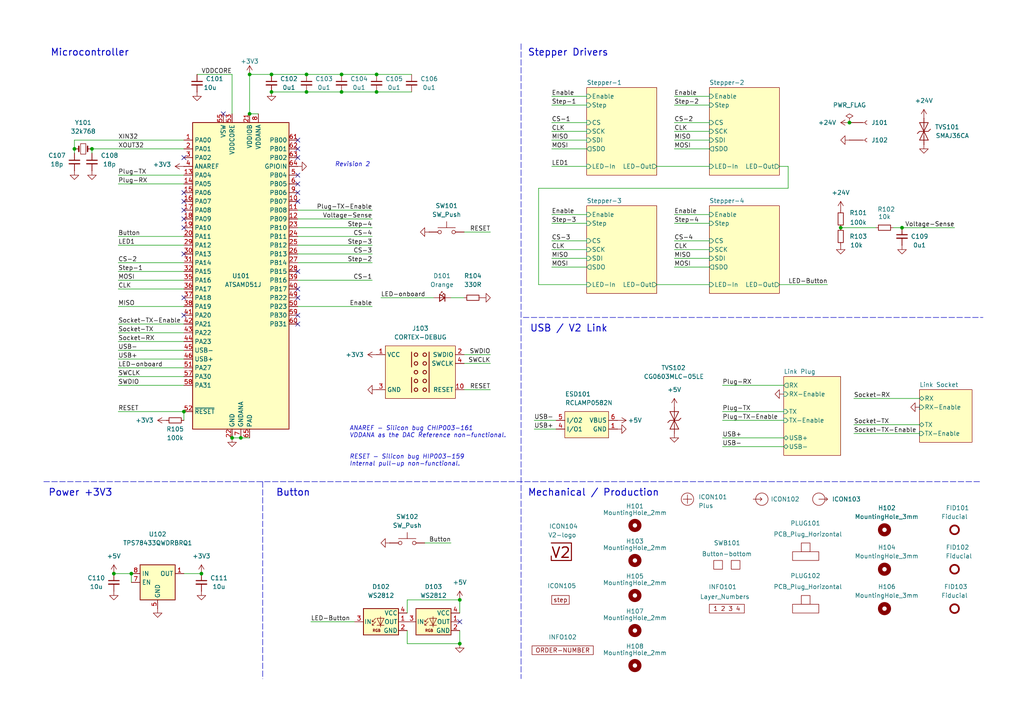
<source format=kicad_sch>
(kicad_sch (version 20250114) (generator "eeschema") (generator_version "9.0")
  (paper "A4")
  (title_block (title "V2 step") (date "2025-11-30") (rev "3") (company "Versio Duo") (comment 1 "Stepper Motor Controller"))
  (lib_symbols
    (symbol "Device:C_Small" (pin_numbers (hide yes)) (pin_names (offset 0.254) (hide yes))
      (property "Reference" "C" (at 0.254 1.778 0))
      (property "Value" "C_Small" (at 0.254 -2.032 0))
      (symbol "C_Small_1_1"
        (pin passive line (at 0 2.54 270) (length 2.032) (name "~") (number "1"))
        (pin passive line (at 0 -2.54 90) (length 2.032) (name "~") (number "2"))
      )
    )
    (symbol "Device:Crystal_Small" (pin_numbers (hide yes)) (pin_names (offset 1.016) (hide yes))
      (property "Reference" "Y" (at 0 2.54 0))
      (property "Value" "Crystal_Small" (at 0 -2.54 0))
      (symbol "Crystal_Small_1_1"
        (pin passive line (at -2.54 0 0) (length 1.27) (name "1") (number "1"))
        (pin passive line (at 2.54 0 180) (length 1.27) (name "2") (number "2"))
      )
    )
    (symbol "Device:LED_Small" (pin_numbers (hide yes)) (pin_names (offset 0.254) (hide yes))
      (property "Reference" "D" (at -1.27 3.175 0))
      (property "Value" "LED_Small" (at -4.445 -2.54 0))
      (symbol "LED_Small_1_1"
        (pin passive line (at -2.54 0 0) (length 1.778) (name "K") (number "1"))
        (pin passive line (at 2.54 0 180) (length 1.778) (name "A") (number "2"))
      )
    )
    (symbol "Device:R_Small" (pin_numbers (hide yes)) (pin_names (offset 0.254) (hide yes))
      (property "Reference" "R" (at 0 0 90))
      (property "Value" "R_Small" (at 1.778 0 90))
      (symbol "R_Small_1_1"
        (pin passive line (at 0 2.54 270) (length 0.762) (name "~") (number "1"))
        (pin passive line (at 0 -2.54 90) (length 0.762) (name "~") (number "2"))
      )
    )
    (symbol "Switch:SW_Push" (pin_numbers (hide yes)) (pin_names (offset 1.016) (hide yes))
      (property "Reference" "SW" (at 1.27 2.54 0))
      (property "Value" "SW_Push" (at 0 -1.524 0))
      (symbol "SW_Push_0_1"
        (pin passive line (at -5.08 0 0) (length 2.54) (name "1") (number "1"))
        (pin passive line (at 5.08 0 180) (length 2.54) (name "2") (number "2"))
      )
    )
    (symbol "V2_Artwork:Arrow_In" (in_bom no)
      (property "Reference" "ICON" (at -2.54 2.54 0))
    )
    (symbol "V2_Artwork:Arrow_Out" (in_bom no)
      (property "Reference" "ICON" (at -2.54 2.54 0))
    )
    (symbol "V2_Artwork:Board_step" (in_bom no)
      (property "Reference" "ICON" (at 0 2.54 0))
      (symbol "Board_step_1_0"
        (text "step" (at 0 0 0) (effects (font (size 1.27 1.27))))
      )
    )
    (symbol "V2_Artwork:Plus" (in_bom no)
      (property "Reference" "ICON" (at -2.54 2.54 0))
    )
    (symbol "V2_Artwork:V2-logo" (in_bom no)
      (property "Reference" "ICON" (at -3.302 3.81 0))
      (symbol "V2-logo_1_1"
        (text "V2" (at -0.508 -0.254 0) (effects (font (size 3 3) (thickness 0.375))))
      )
    )
    (symbol "V2_Connector_WAGO:2065" (pin_numbers (hide yes)) (pin_names (offset 1.016) (hide yes))
      (property "Reference" "J" (at -5.08 6.35 0))
      (symbol "2065_1_1"
        (pin passive line (at -5.08 0 0) (length 3.81) (name "") (number "1"))
      )
    )
    (symbol "V2_Cortex_Debug:Cortex_Debug" (in_bom no)
      (property "Reference" "J" (at -8.89 11.43 0))
      (property "Value" "Cortex_Debug" (at -8.89 8.89 0))
      (symbol "Cortex_Debug_1_0"
        (pin power_in line (at -11.43 5.08 0) (length 2.54) (name "VCC") (number "1"))
        (pin power_in line (at -11.43 -5.08 0) (length 2.54) (name "GND") (number "3"))
        (pin passive line (at -11.43 -5.08 0) (length 2.54) (hide yes) (name "GND") (number "5"))
        (pin bidirectional line (at 13.97 5.08 180) (length 2.54) (name "SWDIO") (number "2"))
        (pin input line (at 13.97 2.54 180) (length 2.54) (name "SWCLK") (number "4"))
        (pin input line (at 13.97 -5.08 180) (length 2.54) (name "RESET") (number "10"))
      )
    )
    (symbol "V2_Diode:CG0603MLC-05LE" (pin_numbers (hide yes)) (pin_names (hide yes))
      (property "Reference" "TVS" (at -1.27 3.81 0))
      (property "Value" "CG0603MLC-05LE" (at 0 -3.81 0))
      (symbol "CG0603MLC-05LE_1_1"
        (pin passive line (at -3.81 0 0) (length 2.54) (name "K") (number "1"))
        (pin passive line (at 3.81 0 180) (length 2.54) (name "A") (number "2"))
      )
    )
    (symbol "V2_Diode:SMAJ36CA" (pin_numbers (hide yes)) (pin_names (hide yes))
      (property "Reference" "TVS" (at -1.27 3.81 0))
      (property "Value" "SMAJ24CA" (at 0 -3.81 0))
      (symbol "SMAJ36CA_1_1"
        (pin passive line (at -3.81 0 0) (length 2.54) (name "K") (number "1"))
        (pin passive line (at 3.81 0 180) (length 2.54) (name "A") (number "2"))
      )
    )
    (symbol "V2_ESD_Suppressor:RCLAMP0582N"
      (property "Reference" "ESD" (at -6.35 6.35 0))
      (property "Value" "RCLAMP0582N" (at -6.35 3.81 0))
      (symbol "RCLAMP0582N_1_0"
        (pin bidirectional line (at -8.89 0 0) (length 2.54) (name "I/O2") (number "5"))
        (pin bidirectional line (at -8.89 -2.54 0) (length 2.54) (name "I/O1") (number "4"))
        (pin no_connect line (at 2.54 -10.16 0) (length 2.54) (hide yes) (name "") (number "3"))
        (pin power_in line (at 8.89 0 180) (length 2.54) (name "VBUS") (number "6"))
        (pin power_in line (at 8.89 -2.54 180) (length 2.54) (name "GND") (number "1"))
      )
      (symbol "RCLAMP0582N_1_1"
        (pin no_connect line (at 2.54 -7.62 0) (length 2.54) (hide yes) (name "") (number "2"))
      )
    )
    (symbol "V2_LED:WS2812" (pin_names (offset 0.254))
      (property "Reference" "D3" (at 0 11.43 0))
      (property "Value" "WS2812" (at 0 8.89 0))
      (symbol "WS2812_0_0"
        (text "RGB" (at -1.27 -1.27 0) (effects (font (size 0.762 0.762))))
      )
      (symbol "WS2812_1_1"
        (pin input line (at -7.62 1.27 0) (length 2.54) (name "IN") (number "3"))
        (pin power_in line (at 7.62 3.81 180) (length 2.54) (name "VCC") (number "4"))
        (pin output line (at 7.62 1.27 180) (length 2.54) (name "OUT") (number "1"))
        (pin power_in line (at 7.62 -1.27 180) (length 2.54) (name "GND") (number "2"))
      )
    )
    (symbol "V2_MCU_Microchip_SAMD:ATSAMD51J"
      (property "Reference" "U" (at 5.08 -44.45 0))
      (property "Value" "ATSAMD51J" (at 5.08 -46.99 0))
      (symbol "ATSAMD51J_1_0"
        (pin bidirectional line (at 16.51 31.75 180) (length 2.54) (name "PB03") (number "64") (alternate "GPIOIN" input line))
      )
      (symbol "ATSAMD51J_1_1"
        (pin bidirectional line (at -16.51 39.37 0) (length 2.54) (name "PA00") (number "1"))
        (pin bidirectional line (at -16.51 36.83 0) (length 2.54) (name "PA01") (number "2"))
        (pin bidirectional line (at -16.51 34.29 0) (length 2.54) (name "PA02") (number "3"))
        (pin bidirectional line (at -16.51 31.75 0) (length 2.54) (name "PA03") (number "4") (alternate "ANAREF" input line))
        (pin bidirectional line (at -16.51 29.21 0) (length 2.54) (name "PA04") (number "13"))
        (pin bidirectional line (at -16.51 26.67 0) (length 2.54) (name "PA05") (number "14"))
        (pin bidirectional line (at -16.51 24.13 0) (length 2.54) (name "PA06") (number "15"))
        (pin bidirectional line (at -16.51 21.59 0) (length 2.54) (name "PA07") (number "16"))
        (pin bidirectional line (at -16.51 19.05 0) (length 2.54) (name "PA08") (number "17"))
        (pin bidirectional line (at -16.51 16.51 0) (length 2.54) (name "PA09") (number "18"))
        (pin bidirectional line (at -16.51 13.97 0) (length 2.54) (name "PA10") (number "19"))
        (pin bidirectional line (at -16.51 11.43 0) (length 2.54) (name "PA11") (number "20"))
        (pin bidirectional line (at -16.51 8.89 0) (length 2.54) (name "PA12") (number "29"))
        (pin bidirectional line (at -16.51 6.35 0) (length 2.54) (name "PA13") (number "30"))
        (pin bidirectional line (at -16.51 3.81 0) (length 2.54) (name "PA14") (number "31"))
        (pin bidirectional line (at -16.51 1.27 0) (length 2.54) (name "PA15") (number "32"))
        (pin bidirectional line (at -16.51 -1.27 0) (length 2.54) (name "PA16") (number "35"))
        (pin bidirectional line (at -16.51 -3.81 0) (length 2.54) (name "PA17") (number "36"))
        (pin bidirectional line (at -16.51 -6.35 0) (length 2.54) (name "PA18") (number "37"))
        (pin bidirectional line (at -16.51 -8.89 0) (length 2.54) (name "PA19") (number "38"))
        (pin bidirectional line (at -16.51 -11.43 0) (length 2.54) (name "PA20") (number "41"))
        (pin bidirectional line (at -16.51 -13.97 0) (length 2.54) (name "PA21") (number "42"))
        (pin bidirectional line (at -16.51 -16.51 0) (length 2.54) (name "PA22") (number "43"))
        (pin bidirectional line (at -16.51 -19.05 0) (length 2.54) (name "PA23") (number "44"))
        (pin bidirectional line (at -16.51 -21.59 0) (length 2.54) (name "PA24") (number "45") (alternate "USB-" bidirectional line))
        (pin bidirectional line (at -16.51 -24.13 0) (length 2.54) (name "PA25") (number "46") (alternate "USB+" bidirectional line))
        (pin bidirectional line (at -16.51 -26.67 0) (length 2.54) (name "PA27") (number "51"))
        (pin bidirectional line (at -16.51 -29.21 0) (length 2.54) (name "PA30") (number "57"))
        (pin bidirectional line (at -16.51 -31.75 0) (length 2.54) (name "PA31") (number "58"))
        (pin input line (at -16.51 -39.37 0) (length 2.54) (name "~{RESET}") (number "52"))
        (pin power_in line (at -5.08 46.99 270) (length 2.54) (name "VSW") (number "55"))
        (pin power_out line (at -2.54 46.99 270) (length 2.54) (name "VDDCORE") (number "53"))
        (pin power_in line (at -2.54 -46.99 90) (length 2.54) (name "GND") (number "22"))
        (pin passive line (at -2.54 -46.99 90) (length 2.54) (hide yes) (name "GND") (number "33"))
        (pin passive line (at -2.54 -46.99 90) (length 2.54) (hide yes) (name "GND") (number "47"))
        (pin passive line (at -2.54 -46.99 90) (length 2.54) (hide yes) (name "GND") (number "54"))
        (pin power_in line (at 0 -46.99 90) (length 2.54) (name "GNDANA") (number "7"))
        (pin power_in line (at 2.54 46.99 270) (length 2.54) (name "VDDIOB") (number "21"))
        (pin passive line (at 2.54 46.99 270) (length 2.54) (hide yes) (name "VDDIO") (number "34"))
        (pin passive line (at 2.54 46.99 270) (length 2.54) (hide yes) (name "VDDIO") (number "48"))
        (pin passive line (at 2.54 46.99 270) (length 2.54) (hide yes) (name "VDDIO") (number "56"))
        (pin power_in line (at 2.54 -46.99 90) (length 2.54) (name "PAD") (number "65"))
        (pin power_in line (at 5.08 46.99 270) (length 2.54) (name "VDDANA") (number "8"))
        (pin bidirectional line (at 16.51 39.37 180) (length 2.54) (name "PB00") (number "61"))
        (pin bidirectional line (at 16.51 36.83 180) (length 2.54) (name "PB01") (number "62"))
        (pin bidirectional line (at 16.51 34.29 180) (length 2.54) (name "PB02") (number "63"))
        (pin bidirectional line (at 16.51 29.21 180) (length 2.54) (name "PB04") (number "5"))
        (pin bidirectional line (at 16.51 26.67 180) (length 2.54) (name "PB05") (number "6"))
        (pin bidirectional line (at 16.51 24.13 180) (length 2.54) (name "PB06") (number "9"))
        (pin bidirectional line (at 16.51 21.59 180) (length 2.54) (name "PB07") (number "10"))
        (pin bidirectional line (at 16.51 19.05 180) (length 2.54) (name "PB08") (number "11"))
        (pin bidirectional line (at 16.51 16.51 180) (length 2.54) (name "PB09") (number "12"))
        (pin bidirectional line (at 16.51 13.97 180) (length 2.54) (name "PB10") (number "23"))
        (pin bidirectional line (at 16.51 11.43 180) (length 2.54) (name "PB11") (number "24"))
        (pin bidirectional line (at 16.51 8.89 180) (length 2.54) (name "PB12") (number "25"))
        (pin bidirectional line (at 16.51 6.35 180) (length 2.54) (name "PB13") (number "26"))
        (pin bidirectional line (at 16.51 3.81 180) (length 2.54) (name "PB14") (number "27"))
        (pin bidirectional line (at 16.51 1.27 180) (length 2.54) (name "PB15") (number "28"))
        (pin bidirectional line (at 16.51 -1.27 180) (length 2.54) (name "PB16") (number "39"))
        (pin bidirectional line (at 16.51 -3.81 180) (length 2.54) (name "PB17") (number "40"))
        (pin bidirectional line (at 16.51 -6.35 180) (length 2.54) (name "PB22") (number "49"))
        (pin bidirectional line (at 16.51 -8.89 180) (length 2.54) (name "PB23") (number "50"))
        (pin bidirectional line (at 16.51 -11.43 180) (length 2.54) (name "PB30") (number "59"))
        (pin bidirectional line (at 16.51 -13.97 180) (length 2.54) (name "PB31") (number "60"))
      )
    )
    (symbol "V2_Mechanical:Fiducial_Paste" (in_bom no)
      (property "Reference" "FID" (at 0 5.08 0))
      (property "Value" "Fiducial_Paste" (at 0 3.175 0))
    )
    (symbol "V2_Mechanical:MountingHole_2mm" (pin_names (offset 1.016)) (in_bom no)
      (property "Reference" "H" (at 0 5.08 0))
      (property "Value" "MountingHole_2mm" (at 0 3.175 0))
    )
    (symbol "V2_Mechanical:MountingHole_3mm" (pin_names (offset 1.016)) (in_bom no)
      (property "Reference" "H" (at 0 5.08 0))
      (property "Value" "MountingHole_3mm" (at 0 3.175 0))
    )
    (symbol "V2_PCB_Devices:Button-bottom" (in_bom no)
      (property "Reference" "SWB1" (at -2.54 3.81 0))
      (property "Value" "Button-bottom" (at -6.35 -3.81 0))
    )
    (symbol "V2_PCB_Devices:PCB_Plug_Horizontal" (in_bom no)
      (property "Reference" "PLUG" (at 0 -5.08 0))
      (property "Value" "PCB_Plug_Horizontal" (at 1.27 -8.89 0))
    )
    (symbol "V2_Production:Layer_Numbers" (in_bom no)
      (property "Reference" "INFO" (at 0 3.81 0))
      (property "Value" "Layer_Numbers" (at 0 -3.81 0))
      (symbol "Layer_Numbers_0_0"
        (text "1 2 3 4" (at 0 0 0) (effects (font (size 1.27 1.27))))
      )
    )
    (symbol "V2_Production:Order_Number" (in_bom no)
      (property "Reference" "INFO" (at 0 2.54 0))
      (symbol "Order_Number_0_0"
        (text "ORDER-NUMBER" (at 0 0 0) (effects (font (size 1.27 1.27))))
      )
    )
    (symbol "V2_Regulator_Linear:TPS78433QWDRBRQ1"
      (property "Reference" "U" (at -5.08 10.16 0))
      (property "Value" "TPS78433QWDRBRQ1" (at -5.08 7.62 0))
      (symbol "TPS78433QWDRBRQ1_0_1"
        (pin power_in line (at -7.62 2.54 0) (length 2.54) (name "IN") (number "8"))
        (pin input line (at -7.62 0 0) (length 2.54) (name "EN") (number "7"))
        (pin power_in line (at 0 -7.62 90) (length 2.54) (name "GND") (number "5"))
        (pin no_connect line (at 0 -19.05 180) (length 2.54) (hide yes) (name "") (number "2"))
        (pin no_connect line (at 0 -21.59 180) (length 2.54) (hide yes) (name "") (number "3"))
        (pin no_connect line (at 0 -24.13 180) (length 2.54) (hide yes) (name "") (number "4"))
        (pin no_connect line (at 0 -26.67 180) (length 2.54) (hide yes) (name "") (number "6"))
        (pin power_out line (at 7.62 2.54 180) (length 2.54) (name "OUT") (number "1"))
      )
      (symbol "TPS78433QWDRBRQ1_1_1"
        (pin passive line (at 0 -7.62 90) (length 2.54) (hide yes) (name "GND") (number "9"))
      )
    )
    (symbol "power:+24V" (power) (pin_numbers (hide yes)) (pin_names (offset 0) (hide yes))
      (property "Value" "+24V" (at 0 3.556 0))
      (symbol "+24V_1_1"
        (pin power_in line (at 0 0 90) (length 0) (name "~") (number "1"))
      )
    )
    (symbol "power:+3V3" (power) (pin_numbers (hide yes)) (pin_names (offset 0) (hide yes))
      (property "Value" "+3V3" (at 0 3.556 0))
      (symbol "+3V3_1_1"
        (pin power_in line (at 0 0 90) (length 0) (name "~") (number "1"))
      )
    )
    (symbol "power:+5V" (power) (pin_numbers (hide yes)) (pin_names (offset 0) (hide yes))
      (property "Value" "+5V" (at 0 3.556 0))
      (symbol "+5V_1_1"
        (pin power_in line (at 0 0 90) (length 0) (name "~") (number "1"))
      )
    )
    (symbol "power:GND" (power) (pin_numbers (hide yes)) (pin_names (offset 0) (hide yes))
      (property "Value" "GND" (at 0 -3.81 0))
      (symbol "GND_1_1"
        (pin power_in line (at 0 0 270) (length 0) (name "~") (number "1"))
      )
    )
    (symbol "power:PWR_FLAG" (power) (pin_numbers (hide yes)) (pin_names (offset 0) (hide yes))
      (property "Value" "PWR_FLAG" (at 0 3.81 0))
      (symbol "PWR_FLAG_0_0"
        (pin power_out line (at 0 0 90) (length 0) (name "~") (number "1"))
      )
    )
  )
  (text "﻿ANAREF - Silicon bug CHIP003-161\nVDDANA as the DAC Reference non-functional." (at 101.346 127.127 0) (effects (font (size 1.27 1.27) (italic yes)) (justify left bottom)))
  (text "Stepper Drivers" (at 153.035 16.51 0) (effects (font (size 2 2) (thickness 0.254) (bold yes)) (justify left bottom)))
  (text "RESET - ﻿Silicon bug HIP003-159\nInternal pull-up non-functional." (at 101.346 135.382 0) (effects (font (size 1.27 1.27) (italic yes)) (justify left bottom)))
  (text "Button" (at 80.01 144.145 0) (effects (font (size 2 2) (thickness 0.254) (bold yes)) (justify left bottom)))
  (text "Revision 2" (at 97.0924 48.531 0) (effects (font (size 1.27 1.27) (italic yes)) (justify left bottom)))
  (text "USB / V2 Link" (at 153.67 96.52 0) (effects (font (size 2 2) (thickness 0.254) (bold yes)) (justify left bottom)))
  (text "Mechanical / Production" (at 153.035 144.145 0) (effects (font (size 2 2) (thickness 0.254) (bold yes)) (justify left bottom)))
  (text "Power +3V3" (at 13.97 144.145 0) (effects (font (size 2 2) (thickness 0.254) (bold yes)) (justify left bottom)))
  (text "Microcontroller" (at 14.605 16.51 0) (effects (font (size 2 2) (thickness 0.254) (bold yes)) (justify left bottom)))
  (junction (at 88.9 21.59))
  (junction (at 72.39 33.02))
  (junction (at 261.62 66.04))
  (junction (at 78.74 26.67))
  (junction (at 99.06 26.67))
  (junction (at 33.02 166.37))
  (junction (at 99.06 21.59))
  (junction (at 78.74 21.59))
  (junction (at 88.9 26.67))
  (junction (at 67.31 127))
  (junction (at 109.22 21.59))
  (junction (at 21.59 43.18))
  (junction (at 69.85 127))
  (junction (at 72.39 21.59))
  (junction (at 133.35 186.69))
  (junction (at 243.84 66.04))
  (junction (at 38.1 166.37))
  (junction (at 26.67 43.18))
  (junction (at 58.42 166.37))
  (junction (at 246.38 35.56))
  (junction (at 109.22 26.67))
  (junction (at 133.35 173.99))
  (junction (at 53.34 119.38))
  (no_connect (at 86.36 91.44))
  (no_connect (at 86.36 45.72))
  (no_connect (at 53.34 58.42))
  (no_connect (at 53.34 45.72))
  (no_connect (at 53.34 73.66))
  (no_connect (at 86.36 53.34))
  (no_connect (at 86.36 55.88))
  (no_connect (at 86.36 40.64))
  (no_connect (at 86.36 58.42))
  (no_connect (at 86.36 83.82))
  (no_connect (at 86.36 43.18))
  (no_connect (at 53.34 86.36))
  (no_connect (at 64.77 33.02))
  (no_connect (at 86.36 50.8))
  (no_connect (at 53.34 91.44))
  (no_connect (at 53.34 66.04))
  (no_connect (at 133.35 180.34))
  (no_connect (at 53.34 55.88))
  (no_connect (at 86.36 93.98))
  (no_connect (at 86.36 78.74))
  (no_connect (at 53.34 60.96))
  (no_connect (at 53.34 63.5))
  (no_connect (at 86.36 86.36))
  (wire (pts (xy 130.81 86.36) (xy 134.62 86.36)))
  (wire (pts (xy 195.58 74.93) (xy 205.74 74.93)))
  (wire (pts (xy 86.36 60.96) (xy 107.95 60.96)))
  (wire (pts (xy 33.02 166.37) (xy 38.1 166.37)))
  (wire (pts (xy 72.39 21.59) (xy 72.39 33.02)))
  (wire (pts (xy 227.33 127) (xy 209.55 127)))
  (wire (pts (xy 118.11 177.8) (xy 118.11 173.99)))
  (wire (pts (xy 266.7 125.73) (xy 247.65 125.73)))
  (wire (pts (xy 86.36 88.9) (xy 107.95 88.9)))
  (wire (pts (xy 86.36 66.04) (xy 107.95 66.04)))
  (wire (pts (xy 53.34 53.34) (xy 34.29 53.34)))
  (wire (pts (xy 156.21 82.55) (xy 170.18 82.55)))
  (wire (pts (xy 21.59 40.64) (xy 53.34 40.64)))
  (polyline (pts (xy 12.7 139.7) (xy 284.48 139.7)) (stroke (width 0) (type dash)))
  (wire (pts (xy 227.33 119.38) (xy 209.55 119.38)))
  (wire (pts (xy 160.02 27.94) (xy 170.18 27.94)))
  (wire (pts (xy 86.36 73.66) (xy 107.95 73.66)))
  (wire (pts (xy 195.58 64.77) (xy 205.74 64.77)))
  (wire (pts (xy 134.62 102.87) (xy 142.24 102.87)))
  (wire (pts (xy 69.85 127) (xy 72.39 127)))
  (wire (pts (xy 34.29 111.76) (xy 53.34 111.76)))
  (wire (pts (xy 160.02 69.85) (xy 170.18 69.85)))
  (wire (pts (xy 21.59 40.64) (xy 21.59 43.18)))
  (wire (pts (xy 34.29 76.2) (xy 53.34 76.2)))
  (wire (pts (xy 247.65 123.19) (xy 266.7 123.19)))
  (wire (pts (xy 34.29 83.82) (xy 53.34 83.82)))
  (wire (pts (xy 118.11 186.69) (xy 133.35 186.69)))
  (wire (pts (xy 160.02 43.18) (xy 170.18 43.18)))
  (wire (pts (xy 53.34 68.58) (xy 34.29 68.58)))
  (wire (pts (xy 154.94 124.46) (xy 161.29 124.46)))
  (wire (pts (xy 118.11 173.99) (xy 133.35 173.99)))
  (wire (pts (xy 156.21 54.61) (xy 156.21 82.55)))
  (wire (pts (xy 88.9 26.67) (xy 99.06 26.67)))
  (wire (pts (xy 86.36 76.2) (xy 107.95 76.2)))
  (wire (pts (xy 57.15 21.59) (xy 67.31 21.59)))
  (wire (pts (xy 34.29 119.38) (xy 53.34 119.38)))
  (wire (pts (xy 34.29 78.74) (xy 53.34 78.74)))
  (wire (pts (xy 195.58 77.47) (xy 205.74 77.47)))
  (wire (pts (xy 67.31 127) (xy 69.85 127)))
  (wire (pts (xy 109.22 21.59) (xy 119.38 21.59)))
  (wire (pts (xy 195.58 40.64) (xy 205.74 40.64)))
  (wire (pts (xy 53.34 93.98) (xy 34.29 93.98)))
  (polyline (pts (xy 151.765 92.075) (xy 285.115 92.075)) (stroke (width 0) (type dash)))
  (wire (pts (xy 160.02 35.56) (xy 170.18 35.56)))
  (wire (pts (xy 160.02 48.26) (xy 170.18 48.26)))
  (wire (pts (xy 34.29 88.9) (xy 53.34 88.9)))
  (wire (pts (xy 72.39 33.02) (xy 74.93 33.02)))
  (wire (pts (xy 53.34 119.38) (xy 53.34 121.92)))
  (wire (pts (xy 90.17 180.34) (xy 102.87 180.34)))
  (wire (pts (xy 154.94 121.92) (xy 161.29 121.92)))
  (wire (pts (xy 134.62 67.31) (xy 142.24 67.31)))
  (wire (pts (xy 195.58 30.48) (xy 205.74 30.48)))
  (wire (pts (xy 67.31 33.02) (xy 67.31 21.59)))
  (wire (pts (xy 133.35 182.88) (xy 133.35 186.69)))
  (wire (pts (xy 261.62 66.04) (xy 276.86 66.04)))
  (wire (pts (xy 195.58 69.85) (xy 205.74 69.85)))
  (wire (pts (xy 227.33 111.76) (xy 209.55 111.76)))
  (wire (pts (xy 160.02 72.39) (xy 170.18 72.39)))
  (wire (pts (xy 109.22 26.67) (xy 119.38 26.67)))
  (wire (pts (xy 72.39 21.59) (xy 78.74 21.59)))
  (wire (pts (xy 34.29 71.12) (xy 53.34 71.12)))
  (wire (pts (xy 259.08 66.04) (xy 261.62 66.04)))
  (wire (pts (xy 134.62 105.41) (xy 142.24 105.41)))
  (wire (pts (xy 26.67 43.18) (xy 53.34 43.18)))
  (wire (pts (xy 190.5 82.55) (xy 205.74 82.55)))
  (wire (pts (xy 160.02 77.47) (xy 170.18 77.47)))
  (wire (pts (xy 53.34 96.52) (xy 34.29 96.52)))
  (wire (pts (xy 78.74 21.59) (xy 88.9 21.59)))
  (wire (pts (xy 34.29 104.14) (xy 53.34 104.14)))
  (wire (pts (xy 160.02 40.64) (xy 170.18 40.64)))
  (wire (pts (xy 195.58 43.18) (xy 205.74 43.18)))
  (wire (pts (xy 195.58 62.23) (xy 205.74 62.23)))
  (wire (pts (xy 78.74 26.67) (xy 88.9 26.67)))
  (wire (pts (xy 38.1 166.37) (xy 38.1 168.91)))
  (wire (pts (xy 190.5 48.26) (xy 205.74 48.26)))
  (wire (pts (xy 195.58 35.56) (xy 205.74 35.56)))
  (polyline (pts (xy 76.2 139.7) (xy 76.2 196.85)) (stroke (width 0) (type dash)))
  (wire (pts (xy 53.34 166.37) (xy 58.42 166.37)))
  (wire (pts (xy 86.36 71.12) (xy 107.95 71.12)))
  (wire (pts (xy 160.02 38.1) (xy 170.18 38.1)))
  (wire (pts (xy 247.65 115.57) (xy 266.7 115.57)))
  (wire (pts (xy 34.29 81.28) (xy 53.34 81.28)))
  (wire (pts (xy 133.35 173.99) (xy 133.35 177.8)))
  (wire (pts (xy 160.02 30.48) (xy 170.18 30.48)))
  (wire (pts (xy 118.11 182.88) (xy 118.11 186.69)))
  (wire (pts (xy 99.06 21.59) (xy 109.22 21.59)))
  (wire (pts (xy 123.19 157.48) (xy 130.81 157.48)))
  (wire (pts (xy 134.62 113.03) (xy 142.24 113.03)))
  (wire (pts (xy 21.59 43.18) (xy 21.59 44.45)))
  (wire (pts (xy 228.6 54.61) (xy 156.21 54.61)))
  (wire (pts (xy 88.9 21.59) (xy 99.06 21.59)))
  (wire (pts (xy 195.58 27.94) (xy 205.74 27.94)))
  (wire (pts (xy 243.84 66.04) (xy 254 66.04)))
  (wire (pts (xy 86.36 68.58) (xy 107.95 68.58)))
  (wire (pts (xy 53.34 99.06) (xy 34.29 99.06)))
  (wire (pts (xy 195.58 38.1) (xy 205.74 38.1)))
  (wire (pts (xy 226.06 82.55) (xy 240.03 82.55)))
  (wire (pts (xy 227.33 121.92) (xy 209.55 121.92)))
  (wire (pts (xy 86.36 63.5) (xy 107.95 63.5)))
  (wire (pts (xy 160.02 62.23) (xy 170.18 62.23)))
  (wire (pts (xy 226.06 48.26) (xy 228.6 48.26)))
  (wire (pts (xy 227.33 129.54) (xy 209.55 129.54)))
  (wire (pts (xy 26.67 43.18) (xy 26.67 44.45)))
  (polyline (pts (xy 151.13 12.7) (xy 151.13 196.85)) (stroke (width 0) (type dash)))
  (wire (pts (xy 34.29 106.68) (xy 53.34 106.68)))
  (wire (pts (xy 34.29 109.22) (xy 53.34 109.22)))
  (wire (pts (xy 86.36 81.28) (xy 107.95 81.28)))
  (wire (pts (xy 195.58 72.39) (xy 205.74 72.39)))
  (wire (pts (xy 160.02 74.93) (xy 170.18 74.93)))
  (wire (pts (xy 160.02 64.77) (xy 170.18 64.77)))
  (wire (pts (xy 34.29 101.6) (xy 53.34 101.6)))
  (wire (pts (xy 228.6 48.26) (xy 228.6 54.61)))
  (wire (pts (xy 99.06 26.67) (xy 109.22 26.67)))
  (wire (pts (xy 110.49 86.36) (xy 125.73 86.36)))
  (wire (pts (xy 53.34 50.8) (xy 34.29 50.8)))
  (label "USB-" (at 209.55 129.54 0))
  (label "Voltage-Sense" (at 276.86 66.04 180))
  (label "RESET" (at 34.29 119.38 0))
  (label "Step-2" (at 195.58 30.48 0))
  (label "LED1" (at 34.29 71.12 0))
  (label "XIN32" (at 34.29 40.64 0))
  (label "SWDIO" (at 142.24 102.87 180))
  (label "Socket-TX-Enable" (at 34.29 93.98 0))
  (label "SWCLK" (at 34.29 109.22 0))
  (label "Voltage-Sense" (at 107.95 63.5 180))
  (label "Step-4" (at 107.95 66.04 180))
  (label "CLK" (at 160.02 72.39 0))
  (label "CS-2" (at 195.58 35.56 0))
  (label "CLK" (at 195.58 72.39 0))
  (label "CLK" (at 195.58 38.1 0))
  (label "MOSI" (at 160.02 43.18 0))
  (label "CS-1" (at 160.02 35.56 0))
  (label "RESET" (at 142.24 113.03 180))
  (label "MOSI" (at 34.29 81.28 0))
  (label "CS-1" (at 107.95 81.28 180))
  (label "MISO" (at 160.02 40.64 0))
  (label "MISO" (at 195.58 74.93 0))
  (label "Step-3" (at 160.02 64.77 0))
  (label "XOUT32" (at 34.29 43.18 0))
  (label "Plug-RX" (at 209.55 111.76 0))
  (label "SWCLK" (at 142.24 105.41 180))
  (label "LED1" (at 160.02 48.26 0))
  (label "Enable" (at 195.58 27.94 0))
  (label "LED-Button" (at 90.17 180.34 0))
  (label "CLK" (at 160.02 38.1 0))
  (label "Socket-TX" (at 34.29 96.52 0))
  (label "Socket-TX-Enable" (at 247.65 125.73 0))
  (label "VDDCORE" (at 58.42 21.59 0))
  (label "Plug-TX" (at 34.29 50.8 0))
  (label "Enable" (at 160.02 27.94 0))
  (label "Socket-RX" (at 34.29 99.06 0))
  (label "CLK" (at 34.29 83.82 0))
  (label "CS-3" (at 160.02 69.85 0))
  (label "LED-onboard" (at 34.29 106.68 0))
  (label "CS-2" (at 34.29 76.2 0))
  (label "MISO" (at 34.29 88.9 0))
  (label "Step-2" (at 107.95 76.2 180))
  (label "LED-onboard" (at 110.49 86.36 0))
  (label "MISO" (at 195.58 40.64 0))
  (label "USB-" (at 154.94 121.92 0))
  (label "Plug-RX" (at 34.29 53.34 0))
  (label "Plug-TX" (at 209.55 119.38 0))
  (label "Enable" (at 195.58 62.23 0))
  (label "MOSI" (at 195.58 43.18 0))
  (label "Button" (at 34.29 68.58 0))
  (label "Step-3" (at 107.95 71.12 180))
  (label "Plug-TX-Enable" (at 107.95 60.96 180))
  (label "Plug-TX-Enable" (at 209.55 121.92 0))
  (label "Step-1" (at 34.29 78.74 0))
  (label "Socket-RX" (at 247.65 115.57 0))
  (label "CS-4" (at 195.58 69.85 0))
  (label "RESET" (at 142.24 67.31 180))
  (label "Enable" (at 160.02 62.23 0))
  (label "CS-3" (at 107.95 73.66 180))
  (label "Step-4" (at 195.58 64.77 0))
  (label "Step-1" (at 160.02 30.48 0))
  (label "MOSI" (at 195.58 77.47 0))
  (label "LED-Button" (at 240.03 82.55 180))
  (label "Button" (at 130.81 157.48 180))
  (label "USB+" (at 34.29 104.14 0))
  (label "USB-" (at 34.29 101.6 0))
  (label "SWDIO" (at 34.29 111.76 0))
  (label "MOSI" (at 160.02 77.47 0))
  (label "MISO" (at 160.02 74.93 0))
  (label "CS-4" (at 107.95 68.58 180))
  (label "Enable" (at 107.95 88.9 180))
  (label "USB+" (at 154.94 124.46 0))
  (label "Socket-TX" (at 247.65 123.19 0))
  (label "USB+" (at 209.55 127 0))
  (symbol (lib_id "power:+5V") (at 179.07 121.92 270) (unit 1)
    (property "Reference" "#PWR0123" (effects (hide yes)))
    (property "Value" "+5V" (at 184.15 121.92 90))
    (property "Description" "Power symbol creates a global label with name \"+5V\"" (effects (hide yes)))
  )
  (symbol (lib_id "power:+5V") (at 195.58 118.11 0) (unit 1)
    (property "Reference" "#PWR0121" (effects (hide yes)))
    (property "Value" "+5V" (at 195.58 113.03 0))
    (property "Description" "Power symbol creates a global label with name \"+5V\"" (effects (hide yes)))
  )
  (symbol (lib_id "Device:C_Small") (at 109.22 24.13 0) (unit 1)
    (property "Reference" "C105" (at 111.76 22.8662 0) (effects (justify left)))
    (property "Value" "0u1" (at 114.3 25.4062 0))
    (property "Footprint" "Capacitor_SMD:C_0603_1608Metric" (effects (hide yes)))
    (property "Description" "Unpolarized capacitor, small symbol" (effects (hide yes)))
  )
  (symbol (lib_id "power:GND") (at 133.35 186.69 0) (unit 1)
    (property "Reference" "#PWR0134" (effects (hide yes)))
    (property "Value" "GND" (effects (hide yes)))
    (property "Description" "Power symbol creates a global label with name \"GND\" , ground" (effects (hide yes)))
  )
  (symbol (lib_id "V2_Artwork:Arrow_Out") (at 237.49 144.78 0) (unit 1) (in_bom no)
    (property "Reference" "ICON103" (at 241.3 144.7799 0) (effects (justify left)))
    (property "Value" "Arrow_Out" (effects (hide yes)))
    (property "Footprint" "V2_Artwork:Arrow_Out" (effects (hide yes)))
    (property "Sim.Enable" "0" (effects (hide yes)))
  )
  (symbol (lib_id "power:+3V3") (at 58.42 166.37 0) (unit 1)
    (property "Reference" "#PWR0129" (effects (hide yes)))
    (property "Value" "+3V3" (at 58.42 161.29 0))
    (property "Description" "Power symbol creates a global label with name \"+3V3\"" (effects (hide yes)))
  )
  (symbol (lib_id "Switch:SW_Push") (at 118.11 157.48 0) (unit 1)
    (property "Reference" "SW102" (at 118.11 149.86 0))
    (property "Value" "SW_Push" (at 118.11 152.4 0))
    (property "Footprint" "V2_Button_Switch_SMD:SKSG" (effects (hide yes)))
    (property "Description" "Push button switch, generic, two pins" (effects (hide yes)))
  )
  (symbol (lib_id "power:GND") (at 58.42 171.45 0) (unit 1)
    (property "Reference" "#PWR0131" (effects (hide yes)))
    (property "Value" "GND" (effects (hide yes)))
    (property "Description" "Power symbol creates a global label with name \"GND\" , ground" (effects (hide yes)))
  )
  (symbol (lib_id "power:GND") (at 67.31 127 0) (unit 1)
    (property "Reference" "#PWR0124" (effects (hide yes)))
    (property "Value" "GND" (effects (hide yes)))
    (property "Description" "Power symbol creates a global label with name \"GND\" , ground" (effects (hide yes)))
  )
  (symbol (lib_id "V2_Mechanical:MountingHole_2mm") (at 184.15 193.04 0) (unit 1) (in_bom no)
    (property "Reference" "H108" (at 184.15 187.452 0))
    (property "Value" "MountingHole_2mm" (at 184.15 189.357 0))
    (property "Footprint" "V2_Mechanical:MountingHole_2mm" (effects (hide yes)))
    (property "Description" "Mounting Hole without connection" (effects (hide yes)))
    (property "Sim.Enable" "0" (effects (hide yes)))
  )
  (symbol (lib_id "V2_Regulator_Linear:TPS78433QWDRBRQ1") (at 45.72 168.91 0) (unit 1)
    (property "Reference" "U102" (at 45.72 154.94 0))
    (property "Value" "TPS78433QWDRBRQ1" (at 45.72 157.48 0))
    (property "Footprint" "V2_Package_SON:VSON-8-1_3x3mm_P0.65_EP1.65x2.4mm" (effects (hide yes)))
    (property "Datasheet" "https://www.ti.com/product/TPS784-Q1" (effects (hide yes)))
  )
  (symbol (lib_id "power:+24V") (at 246.38 35.56 90) (unit 1)
    (property "Reference" "#PWR0105" (effects (hide yes)))
    (property "Value" "+24V" (at 242.57 35.5599 90) (effects (justify left)))
    (property "Description" "Power symbol creates a global label with name \"+24V\"" (effects (hide yes)))
  )
  (symbol (lib_id "power:GND") (at 26.67 49.53 0) (unit 1)
    (property "Reference" "#PWR0111" (effects (hide yes)))
    (property "Value" "GND" (effects (hide yes)))
    (property "Description" "Power symbol creates a global label with name \"GND\" , ground" (effects (hide yes)))
  )
  (symbol (lib_id "V2_Mechanical:MountingHole_2mm") (at 184.15 172.72 0) (unit 1) (in_bom no)
    (property "Reference" "H105" (at 184.15 167.132 0))
    (property "Value" "MountingHole_2mm" (at 184.15 169.037 0))
    (property "Footprint" "V2_Mechanical:MountingHole_2mm" (effects (hide yes)))
    (property "Description" "Mounting Hole without connection" (effects (hide yes)))
    (property "Sim.Enable" "0" (effects (hide yes)))
  )
  (symbol (lib_id "Device:LED_Small") (at 128.27 86.36 0) (mirror y) (unit 1)
    (property "Reference" "D101" (at 128.2065 80.01 0))
    (property "Value" "Orange" (at 128.2065 82.55 0))
    (property "Footprint" "LED_SMD:LED_0603_1608Metric" (effects (hide yes)))
    (property "Description" "Light emitting diode, small symbol" (effects (hide yes)))
    (property "Sim.Pin" "1=K 2=A" (effects (hide yes)))
    (property "Sim.Pins" "1=K 2=A" (effects (hide yes)))
  )
  (symbol (lib_id "power:GND") (at 57.15 26.67 0) (unit 1)
    (property "Reference" "#PWR0102" (effects (hide yes)))
    (property "Value" "GND" (effects (hide yes)))
    (property "Description" "Power symbol creates a global label with name \"GND\" , ground" (effects (hide yes)))
  )
  (symbol (lib_id "V2_LED:WS2812") (at 110.49 181.61 0) (unit 1)
    (property "Reference" "D102" (at 110.49 170.18 0))
    (property "Value" "WS2812" (at 110.49 172.72 0))
    (property "Footprint" "V2_LED:WS2812-2020" (effects (hide yes)))
    (property "Description" "RGB LED with integrated controller" (effects (hide yes)))
  )
  (symbol (lib_id "Device:R_Small") (at 243.84 68.58 0) (unit 1)
    (property "Reference" "R103" (at 246.38 68.58 0) (effects (justify left)))
    (property "Value" "10k" (at 248.412 71.12 0))
    (property "Footprint" "Resistor_SMD:R_0603_1608Metric" (effects (hide yes)))
    (property "Description" "Resistor, small symbol" (effects (hide yes)))
  )
  (symbol (lib_id "power:+24V") (at 243.84 60.96 0) (unit 1)
    (property "Reference" "#PWR0112" (effects (hide yes)))
    (property "Value" "+24V" (at 243.84 55.88 0))
    (property "Description" "Power symbol creates a global label with name \"+24V\"" (effects (hide yes)))
  )
  (symbol (lib_id "V2_Diode:CG0603MLC-05LE") (at 195.58 121.92 90) (unit 1)
    (property "Reference" "TVS102" (at 191.77 106.68 90) (effects (justify right)))
    (property "Value" "CG0603MLC-05LE" (at 186.69 109.22 90) (effects (justify right)))
    (property "Footprint" "Diode_SMD:D_0603_1608Metric" (effects (hide yes)))
  )
  (symbol (lib_id "V2_PCB_Devices:Button-bottom") (at 210.82 163.83 0) (unit 1) (in_bom no)
    (property "Reference" "SWB101" (at 207.01 157.48 0) (effects (justify left)))
    (property "Value" "Button-bottom" (at 210.82 160.655 0))
    (property "Footprint" "V2_PCB_Devices:PCB_Button-bottom" (effects (hide yes)))
    (property "Sim.Enable" "0" (effects (hide yes)))
  )
  (symbol (lib_id "Device:C_Small") (at 58.42 168.91 0) (unit 1)
    (property "Reference" "C111" (at 60.96 167.64 0) (effects (justify left)))
    (property "Value" "10u" (at 63.5 170.18 0))
    (property "Footprint" "Capacitor_SMD:C_0805_2012Metric" (effects (hide yes)))
    (property "Description" "Unpolarized capacitor, small symbol" (effects (hide yes)))
  )
  (symbol (lib_id "V2_ESD_Suppressor:RCLAMP0582N") (at 170.18 121.92 0) (unit 1)
    (property "Reference" "ESD101" (at 167.64 114.3 0))
    (property "Value" "RCLAMP0582N" (at 170.815 116.84 0))
    (property "Footprint" "V2_ESD_Suppressor:SLP1210N6" (effects (hide yes)))
  )
  (symbol (lib_id "power:+3V3") (at 72.39 21.59 0) (unit 1)
    (property "Reference" "#PWR0101" (effects (hide yes)))
    (property "Value" "+3V3" (at 72.39 17.78 0))
    (property "Description" "Power symbol creates a global label with name \"+3V3\"" (effects (hide yes)))
  )
  (symbol (lib_id "power:+5V") (at 133.35 173.99 0) (unit 1)
    (property "Reference" "#PWR0132" (effects (hide yes)))
    (property "Value" "+5V" (at 133.35 168.91 0))
    (property "Description" "Power symbol creates a global label with name \"+5V\"" (effects (hide yes)))
  )
  (symbol (lib_id "power:+3V3") (at 48.26 121.92 90) (unit 1)
    (property "Reference" "#PWR0120" (effects (hide yes)))
    (property "Value" "+3V3" (at 41.91 121.92 90))
    (property "Description" "Power symbol creates a global label with name \"+3V3\"" (effects (hide yes)))
  )
  (symbol (lib_id "V2_Mechanical:MountingHole_3mm") (at 256.54 176.53 0) (unit 1) (in_bom no)
    (property "Reference" "H106" (at 254.635 170.1799 0) (effects (justify left)))
    (property "Value" "MountingHole_3mm" (at 257.175 172.7199 0))
    (property "Footprint" "V2_Mechanical:MountingHole_3mm" (effects (hide yes)))
    (property "Description" "Mounting Hole without connection" (effects (hide yes)))
    (property "Sim.Enable" "0" (effects (hide yes)))
  )
  (symbol (lib_id "V2_Artwork:Plus") (at 199.39 144.78 0) (unit 1) (in_bom no)
    (property "Reference" "ICON101" (at 202.565 144.145 0) (effects (justify left)))
    (property "Value" "Plus" (at 202.565 146.685 0) (effects (justify left)))
    (property "Footprint" "V2_Artwork:Plus_Small" (effects (hide yes)))
    (property "Sim.Enable" "0" (effects (hide yes)))
  )
  (symbol (lib_id "Device:C_Small") (at 119.38 24.13 0) (unit 1)
    (property "Reference" "C106" (at 121.92 22.8662 0) (effects (justify left)))
    (property "Value" "0u1" (at 124.46 25.4062 0))
    (property "Footprint" "Capacitor_SMD:C_0603_1608Metric" (effects (hide yes)))
    (property "Description" "Unpolarized capacitor, small symbol" (effects (hide yes)))
  )
  (symbol (lib_id "V2_Cortex_Debug:Cortex_Debug") (at 120.65 107.95 0) (unit 1) (in_bom no)
    (property "Reference" "J103" (at 121.92 95.25 0))
    (property "Value" "CORTEX-DEBUG" (at 121.92 97.79 0))
    (property "Footprint" "V2_Cortex_Debug:Cortex_Debug_Pad" (effects (hide yes)))
    (property "Sim.Enable" "0" (effects (hide yes)))
  )
  (symbol (lib_id "power:GND") (at 21.59 49.53 0) (unit 1)
    (property "Reference" "#PWR0110" (effects (hide yes)))
    (property "Value" "GND" (effects (hide yes)))
    (property "Description" "Power symbol creates a global label with name \"GND\" , ground" (effects (hide yes)))
  )
  (symbol (lib_id "power:GND") (at 267.97 41.91 0) (unit 1)
    (property "Reference" "#PWR0107" (effects (hide yes)))
    (property "Value" "GND" (effects (hide yes)))
    (property "Description" "Power symbol creates a global label with name \"GND\" , ground" (effects (hide yes)))
  )
  (symbol (lib_id "power:GND") (at 109.22 113.03 270) (unit 1)
    (property "Reference" "#PWR0118" (effects (hide yes)))
    (property "Value" "GND" (effects (hide yes)))
    (property "Description" "Power symbol creates a global label with name \"GND\" , ground" (effects (hide yes)))
  )
  (symbol (lib_id "power:+24V") (at 267.97 34.29 0) (unit 1)
    (property "Reference" "#PWR0104" (effects (hide yes)))
    (property "Value" "+24V" (at 267.97 29.21 0))
    (property "Description" "Power symbol creates a global label with name \"+24V\"" (effects (hide yes)))
  )
  (symbol (lib_id "V2_MCU_Microchip_SAMD:ATSAMD51J") (at 69.85 80.01 0) (unit 1)
    (property "Reference" "U101" (at 67.31 80.01 0) (effects (justify left)))
    (property "Value" "ATSAMD51J" (at 70.5359 82.55 0))
    (property "Footprint" "V2_Package_DFN_QFN:QFN-64-1EP_9x9mm_P0.5mm_EP4.8x4.8mm_ThermalVias" (effects (hide yes)))
    (property "Datasheet" "http://ww1.microchip.com/downloads/en/DeviceDoc/60001507E.pdf" (effects (hide yes)))
    (property "Description" "SAM D51 Microchip SMART ARM Cortex-M4F-based MCU, 256K Flash, 128K SRAM, TQFP-64" (effects (hide yes)))
    (pin "64" (alternate "GPIOIN"))
    (pin "4" (alternate "ANAREF"))
    (pin "45" (alternate "USB-"))
    (pin "46" (alternate "USB+"))
  )
  (symbol (lib_id "power:GND") (at 179.07 124.46 90) (unit 1)
    (property "Reference" "#PWR0125" (effects (hide yes)))
    (property "Value" "GND" (effects (hide yes)))
    (property "Description" "Power symbol creates a global label with name \"GND\" , ground" (effects (hide yes)))
  )
  (symbol (lib_id "V2_LED:WS2812") (at 125.73 181.61 0) (unit 1)
    (property "Reference" "D103" (at 125.73 170.18 0))
    (property "Value" "WS2812" (at 125.73 172.72 0))
    (property "Footprint" "V2_LED:WS2812-2020" (effects (hide yes)))
    (property "Description" "RGB LED with integrated controller" (effects (hide yes)))
  )
  (symbol (lib_id "power:+5V") (at 33.02 166.37 0) (unit 1)
    (property "Reference" "#PWR0128" (effects (hide yes)))
    (property "Value" "+5V" (at 33.02 161.29 0))
    (property "Description" "Power symbol creates a global label with name \"+5V\"" (effects (hide yes)))
  )
  (symbol (lib_id "power:+3V3") (at 53.34 48.26 90) (unit 1)
    (property "Reference" "#PWR0108" (effects (hide yes)))
    (property "Value" "+3V3" (at 46.99 46.99 90) (effects (justify bottom)))
    (property "Description" "Power symbol creates a global label with name \"+3V3\"" (effects (hide yes)))
  )
  (symbol (lib_id "power:GND") (at 246.38 40.64 270) (unit 1)
    (property "Reference" "#PWR0106" (effects (hide yes)))
    (property "Value" "GND" (effects (hide yes)))
    (property "Description" "Power symbol creates a global label with name \"GND\" , ground" (effects (hide yes)))
  )
  (symbol (lib_id "V2_Mechanical:MountingHole_2mm") (at 184.15 152.4 0) (unit 1) (in_bom no)
    (property "Reference" "H101" (at 184.15 146.812 0))
    (property "Value" "MountingHole_2mm" (at 184.15 148.717 0))
    (property "Footprint" "V2_Mechanical:MountingHole_2mm" (effects (hide yes)))
    (property "Description" "Mounting Hole without connection" (effects (hide yes)))
    (property "Sim.Enable" "0" (effects (hide yes)))
  )
  (symbol (lib_id "power:GND") (at 78.74 26.67 0) (unit 1)
    (property "Reference" "#PWR0103" (effects (hide yes)))
    (property "Value" "GND" (effects (hide yes)))
    (property "Description" "Power symbol creates a global label with name \"GND\" , ground" (effects (hide yes)))
  )
  (symbol (lib_id "power:GND") (at 266.7 118.11 270) (unit 1)
    (property "Reference" "#PWR0122" (effects (hide yes)))
    (property "Value" "GND" (effects (hide yes)))
    (property "Description" "Power symbol creates a global label with name \"GND\" , ground" (effects (hide yes)))
  )
  (symbol (lib_id "Device:R_Small") (at 256.54 66.04 90) (unit 1)
    (property "Reference" "R102" (at 257.048 60.706 90))
    (property "Value" "10k" (at 256.54 62.865 90))
    (property "Footprint" "Resistor_SMD:R_0603_1608Metric" (effects (hide yes)))
    (property "Description" "Resistor, small symbol" (effects (hide yes)))
  )
  (symbol (lib_id "power:GND") (at 113.03 157.48 270) (unit 1)
    (property "Reference" "#PWR0127" (effects (hide yes)))
    (property "Value" "GND" (effects (hide yes)))
    (property "Description" "Power symbol creates a global label with name \"GND\" , ground" (effects (hide yes)))
  )
  (symbol (lib_id "V2_Production:Order_Number") (at 163.195 188.595 0) (unit 1) (in_bom no)
    (property "Reference" "INFO102" (at 163.195 184.785 0))
    (property "Value" "ORDER-NUMBER" (effects (hide yes)))
    (property "Footprint" "V2_Production:Order_Number" (effects (hide yes)))
    (property "Sim.Enable" "0" (effects (hide yes)))
  )
  (symbol (lib_id "V2_Mechanical:MountingHole_2mm") (at 184.15 182.88 0) (unit 1) (in_bom no)
    (property "Reference" "H107" (at 184.15 177.292 0))
    (property "Value" "MountingHole_2mm" (at 184.15 179.197 0))
    (property "Footprint" "V2_Mechanical:MountingHole_2mm" (effects (hide yes)))
    (property "Description" "Mounting Hole without connection" (effects (hide yes)))
    (property "Sim.Enable" "0" (effects (hide yes)))
  )
  (symbol (lib_id "power:+3V3") (at 109.22 102.87 90) (unit 1)
    (property "Reference" "#PWR0117" (effects (hide yes)))
    (property "Value" "+3V3" (at 102.87 102.87 90))
    (property "Description" "Power symbol creates a global label with name \"+3V3\"" (effects (hide yes)))
  )
  (symbol (lib_id "V2_PCB_Devices:PCB_Plug_Horizontal") (at 233.68 160.02 0) (unit 1) (in_bom no)
    (property "Reference" "PLUG101" (at 229.235 151.7649 0) (effects (justify left)))
    (property "Value" "PCB_Plug_Horizontal" (at 234.315 154.9399 0))
    (property "Footprint" "V2_PCB_Devices:PCB_Plug_Horizontal" (effects (hide yes)))
    (property "Sim.Enable" "0" (effects (hide yes)))
  )
  (symbol (lib_id "Device:C_Small") (at 33.02 168.91 0) (unit 1)
    (property "Reference" "C110" (at 30.48 167.64 0) (effects (justify right)))
    (property "Value" "10u" (at 27.94 170.18 0))
    (property "Footprint" "Capacitor_SMD:C_0805_2012Metric" (effects (hide yes)))
    (property "Description" "Unpolarized capacitor, small symbol" (effects (hide yes)))
  )
  (symbol (lib_id "V2_Production:Layer_Numbers") (at 210.82 176.53 0) (unit 1) (in_bom no)
    (property "Reference" "INFO101" (at 205.5119 170.2156 0) (effects (justify left)))
    (property "Value" "Layer_Numbers" (at 210.2184 173.0585 0))
    (property "Footprint" "V2_Production:Layer_Numbers" (effects (hide yes)))
    (property "Sim.Enable" "0" (effects (hide yes)))
  )
  (symbol (lib_id "Device:Crystal_Small") (at 24.13 43.18 0) (unit 1)
    (property "Reference" "Y101" (at 24.13 35.56 0))
    (property "Value" "32k768" (at 24.13 38.1 0))
    (property "Footprint" "V2_Crystal:Crystal_SMD_3215-2Pin_3.2x1.5mm" (effects (hide yes)))
    (property "Description" "Two pin crystal, small symbol" (effects (hide yes)))
  )
  (symbol (lib_id "power:PWR_FLAG") (at 246.38 35.56 0) (unit 1)
    (property "Reference" "#FLG0101" (effects (hide yes)))
    (property "Value" "PWR_FLAG" (at 246.38 30.48 0))
    (property "Description" "Special symbol for telling ERC where power comes from" (effects (hide yes)))
  )
  (symbol (lib_id "Device:C_Small") (at 26.67 46.99 0) (unit 1)
    (property "Reference" "C108" (at 29.21 45.0913 0) (effects (justify left)))
    (property "Value" "18p" (at 31.75 47.6313 0))
    (property "Footprint" "Capacitor_SMD:C_0603_1608Metric" (effects (hide yes)))
    (property "Description" "Unpolarized capacitor, small symbol" (effects (hide yes)))
  )
  (symbol (lib_id "Device:C_Small") (at 57.15 24.13 0) (unit 1)
    (property "Reference" "C101" (at 59.69 22.86 0) (effects (justify left)))
    (property "Value" "10u" (at 60.96 25.4 0))
    (property "Footprint" "Capacitor_SMD:C_0603_1608Metric" (effects (hide yes)))
    (property "Description" "Unpolarized capacitor, small symbol" (effects (hide yes)))
  )
  (symbol (lib_id "V2_Diode:SMAJ36CA") (at 267.97 38.1 90) (unit 1)
    (property "Reference" "TVS101" (at 271.145 36.8299 90) (effects (justify right)))
    (property "Value" "SMAJ36CA" (at 276.225 39.3699 90))
    (property "Footprint" "Diode_SMD:D_SMA" (effects (hide yes)))
  )
  (symbol (lib_id "power:GND") (at 33.02 171.45 0) (unit 1)
    (property "Reference" "#PWR0130" (effects (hide yes)))
    (property "Value" "GND" (effects (hide yes)))
    (property "Description" "Power symbol creates a global label with name \"GND\" , ground" (effects (hide yes)))
  )
  (symbol (lib_id "V2_Mechanical:Fiducial_Paste") (at 276.86 153.67 0) (unit 1) (in_bom no)
    (property "Reference" "FID101" (at 274.32 147.32 0) (effects (justify left)))
    (property "Value" "Fiducial" (at 276.86 149.86 0))
    (property "Footprint" "V2_Fiducial:Fiducial_0.5mm_Mask1mm_Paste" (effects (hide yes)))
    (property "Description" "Fiducial Marker" (effects (hide yes)))
    (property "Sim.Enable" "0" (effects (hide yes)))
  )
  (symbol (lib_id "Device:C_Small") (at 21.59 46.99 0) (unit 1)
    (property "Reference" "C107" (at 13.97 45.0913 0) (effects (justify left)))
    (property "Value" "18p" (at 16.51 47.6313 0))
    (property "Footprint" "Capacitor_SMD:C_0603_1608Metric" (effects (hide yes)))
    (property "Description" "Unpolarized capacitor, small symbol" (effects (hide yes)))
  )
  (symbol (lib_id "V2_Connector_WAGO:2065") (at 251.46 40.64 0) (unit 1)
    (property "Reference" "J102" (at 252.73 40.6399 0) (effects (justify left)))
    (property "Value" "Conn_01x01" (effects (hide yes)))
    (property "Footprint" "V2_Connector_WAGO:2065-100" (effects (hide yes)))
    (property "Sim.Enable" "0" (effects (hide yes)))
  )
  (symbol (lib_id "V2_Mechanical:MountingHole_2mm") (at 184.15 162.56 0) (unit 1) (in_bom no)
    (property "Reference" "H103" (at 184.15 156.972 0))
    (property "Value" "MountingHole_2mm" (at 184.15 158.877 0))
    (property "Footprint" "V2_Mechanical:MountingHole_2mm" (effects (hide yes)))
    (property "Description" "Mounting Hole without connection" (effects (hide yes)))
    (property "Sim.Enable" "0" (effects (hide yes)))
  )
  (symbol (lib_id "power:GND") (at 45.72 176.53 0) (unit 1)
    (property "Reference" "#PWR0133" (effects (hide yes)))
    (property "Value" "GND" (effects (hide yes)))
    (property "Description" "Power symbol creates a global label with name \"GND\" , ground" (effects (hide yes)))
  )
  (symbol (lib_id "power:GND") (at 139.7 86.36 90) (unit 1)
    (property "Reference" "#PWR0116" (effects (hide yes)))
    (property "Value" "GND" (effects (hide yes)))
    (property "Description" "Power symbol creates a global label with name \"GND\" , ground" (effects (hide yes)))
  )
  (symbol (lib_id "V2_Artwork:Board_step") (at 162.56 173.99 0) (unit 1) (in_bom no)
    (property "Reference" "ICON105" (at 158.75 169.926 0) (effects (justify left)))
    (property "Value" "Board_step" (effects (hide yes)))
    (property "Footprint" "V2_Artwork:Board_step_Small" (effects (hide yes)))
    (property "Sim.Enable" "0" (effects (hide yes)))
  )
  (symbol (lib_id "Device:R_Small") (at 137.16 86.36 90) (unit 1)
    (property "Reference" "R104" (at 137.16 80.01 90))
    (property "Value" "330R" (at 137.16 82.55 90))
    (property "Footprint" "Resistor_SMD:R_0603_1608Metric" (effects (hide yes)))
    (property "Description" "Resistor, small symbol" (effects (hide yes)))
  )
  (symbol (lib_id "Device:C_Small") (at 261.62 68.58 0) (unit 1)
    (property "Reference" "C109" (at 264.16 68.5862 0) (effects (justify left)))
    (property "Value" "0u1" (at 266.7 71.12 0))
    (property "Footprint" "Capacitor_SMD:C_0603_1608Metric" (effects (hide yes)))
    (property "Description" "Unpolarized capacitor, small symbol" (effects (hide yes)))
  )
  (symbol (lib_id "Device:C_Small") (at 99.06 24.13 0) (unit 1)
    (property "Reference" "C104" (at 101.6 22.86 0) (effects (justify left)))
    (property "Value" "0u1" (at 104.14 25.4 0))
    (property "Footprint" "Capacitor_SMD:C_0603_1608Metric" (effects (hide yes)))
    (property "Description" "Unpolarized capacitor, small symbol" (effects (hide yes)))
  )
  (symbol (lib_id "power:GND") (at 261.62 71.12 0) (unit 1)
    (property "Reference" "#PWR0115" (effects (hide yes)))
    (property "Value" "GND" (effects (hide yes)))
    (property "Description" "Power symbol creates a global label with name \"GND\" , ground" (effects (hide yes)))
  )
  (symbol (lib_id "Device:C_Small") (at 78.74 24.13 0) (unit 1)
    (property "Reference" "C102" (at 86.36 22.86 0) (effects (justify right)))
    (property "Value" "0u1" (at 83.82 25.4 0))
    (property "Footprint" "Capacitor_SMD:C_0603_1608Metric" (effects (hide yes)))
    (property "Description" "Unpolarized capacitor, small symbol" (effects (hide yes)))
  )
  (symbol (lib_id "V2_Mechanical:Fiducial_Paste") (at 276.86 165.1 0) (unit 1) (in_bom no)
    (property "Reference" "FID102" (at 274.32 158.75 0) (effects (justify left)))
    (property "Value" "Fiducial" (at 278.13 161.29 0))
    (property "Footprint" "V2_Fiducial:Fiducial_0.5mm_Mask1mm_Paste" (effects (hide yes)))
    (property "Description" "Fiducial Marker" (effects (hide yes)))
    (property "Sim.Enable" "0" (effects (hide yes)))
  )
  (symbol (lib_id "power:GND") (at 86.36 48.26 90) (unit 1)
    (property "Reference" "#PWR0109" (effects (hide yes)))
    (property "Value" "GND" (effects (hide yes)))
    (property "Description" "Power symbol creates a global label with name \"GND\" , ground" (effects (hide yes)))
  )
  (symbol (lib_id "V2_Artwork:Arrow_In") (at 220.98 144.78 0) (unit 1) (in_bom no)
    (property "Reference" "ICON102" (at 223.52 144.7799 0) (effects (justify left)))
    (property "Value" "Arrow_In" (effects (hide yes)))
    (property "Footprint" "V2_Artwork:Arrow_In" (effects (hide yes)))
    (property "Sim.Enable" "0" (effects (hide yes)))
  )
  (symbol (lib_id "Switch:SW_Push") (at 129.54 67.31 0) (unit 1)
    (property "Reference" "SW101" (at 129.54 59.69 0))
    (property "Value" "SW_Push" (at 129.54 62.23 0))
    (property "Footprint" "V2_Button_Switch_SMD:SKSG" (effects (hide yes)))
    (property "Description" "Push button switch, generic, two pins" (effects (hide yes)))
  )
  (symbol (lib_id "power:GND") (at 195.58 125.73 0) (unit 1)
    (property "Reference" "#PWR0126" (effects (hide yes)))
    (property "Value" "GND" (effects (hide yes)))
    (property "Description" "Power symbol creates a global label with name \"GND\" , ground" (effects (hide yes)))
  )
  (symbol (lib_id "power:GND") (at 124.46 67.31 270) (unit 1)
    (property "Reference" "#PWR0113" (effects (hide yes)))
    (property "Value" "GND" (effects (hide yes)))
    (property "Description" "Power symbol creates a global label with name \"GND\" , ground" (effects (hide yes)))
  )
  (symbol (lib_id "power:GND") (at 227.33 114.3 270) (unit 1)
    (property "Reference" "#PWR0119" (effects (hide yes)))
    (property "Value" "GND" (effects (hide yes)))
    (property "Description" "Power symbol creates a global label with name \"GND\" , ground" (effects (hide yes)))
  )
  (symbol (lib_id "Device:C_Small") (at 88.9 24.13 0) (unit 1)
    (property "Reference" "C103" (at 91.44 22.86 0) (effects (justify left)))
    (property "Value" "0u1" (at 93.98 25.4 0))
    (property "Footprint" "Capacitor_SMD:C_0603_1608Metric" (effects (hide yes)))
    (property "Description" "Unpolarized capacitor, small symbol" (effects (hide yes)))
  )
  (symbol (lib_id "Device:R_Small") (at 243.84 63.5 0) (unit 1)
    (property "Reference" "R101" (at 246.38 61.722 0) (effects (justify left)))
    (property "Value" "100k" (at 248.92 64.516 0))
    (property "Footprint" "Resistor_SMD:R_0603_1608Metric" (effects (hide yes)))
    (property "Description" "Resistor, small symbol" (effects (hide yes)))
  )
  (symbol (lib_id "V2_Mechanical:Fiducial_Paste") (at 276.86 176.53 0) (unit 1) (in_bom no)
    (property "Reference" "FID103" (at 273.812 170.18 0) (effects (justify left)))
    (property "Value" "Fiducial" (at 276.86 172.72 0))
    (property "Footprint" "V2_Fiducial:Fiducial_0.5mm_Mask1mm_Paste" (effects (hide yes)))
    (property "Description" "Fiducial Marker" (effects (hide yes)))
    (property "Sim.Enable" "0" (effects (hide yes)))
  )
  (symbol (lib_id "V2_Mechanical:MountingHole_3mm") (at 256.54 165.1 0) (unit 1) (in_bom no)
    (property "Reference" "H104" (at 254.635 158.7499 0) (effects (justify left)))
    (property "Value" "MountingHole_3mm" (at 257.175 161.2899 0))
    (property "Footprint" "V2_Mechanical:MountingHole_3mm" (effects (hide yes)))
    (property "Description" "Mounting Hole without connection" (effects (hide yes)))
    (property "Sim.Enable" "0" (effects (hide yes)))
  )
  (symbol (lib_id "Device:R_Small") (at 50.8 121.92 90) (unit 1)
    (property "Reference" "R105" (at 50.8 124.46 90))
    (property "Value" "100k" (at 50.8 127 90))
    (property "Footprint" "Resistor_SMD:R_0603_1608Metric" (effects (hide yes)))
    (property "Description" "Resistor, small symbol" (effects (hide yes)))
  )
  (symbol (lib_id "V2_Connector_WAGO:2065") (at 251.46 35.56 0) (unit 1)
    (property "Reference" "J101" (at 252.73 35.5599 0) (effects (justify left)))
    (property "Value" "Conn_01x01" (effects (hide yes)))
    (property "Footprint" "V2_Connector_WAGO:2065-100" (effects (hide yes)))
    (property "Sim.Enable" "0" (effects (hide yes)))
  )
  (symbol (lib_id "power:GND") (at 243.84 71.12 0) (unit 1)
    (property "Reference" "#PWR0114" (effects (hide yes)))
    (property "Value" "GND" (effects (hide yes)))
    (property "Description" "Power symbol creates a global label with name \"GND\" , ground" (effects (hide yes)))
  )
  (symbol (lib_id "V2_Mechanical:MountingHole_3mm") (at 256.54 153.67 0) (unit 1) (in_bom no)
    (property "Reference" "H102" (at 254.635 147.3199 0) (effects (justify left)))
    (property "Value" "MountingHole_3mm" (at 257.175 149.8599 0))
    (property "Footprint" "V2_Mechanical:MountingHole_3mm" (effects (hide yes)))
    (property "Description" "Mounting Hole without connection" (effects (hide yes)))
    (property "Sim.Enable" "0" (effects (hide yes)))
  )
  (symbol (lib_id "V2_Artwork:V2-logo") (at 163.195 160.02 0) (unit 1) (in_bom no)
    (property "Reference" "ICON104" (at 159.258 152.654 0) (effects (justify left)))
    (property "Value" "V2-logo" (at 163.068 155.194 0))
    (property "Footprint" "V2_Artwork:Logo_Small" (effects (hide yes)))
    (property "Sim.Enable" "0" (effects (hide yes)))
  )
  (symbol (lib_id "V2_PCB_Devices:PCB_Plug_Horizontal") (at 233.68 175.26 0) (unit 1) (in_bom no)
    (property "Reference" "PLUG102" (at 229.235 167.0049 0) (effects (justify left)))
    (property "Value" "PCB_Plug_Horizontal" (at 234.315 170.1799 0))
    (property "Footprint" "V2_PCB_Devices:PCB_Plug_Horizontal" (effects (hide yes)))
    (property "Sim.Enable" "0" (effects (hide yes)))
  )
  (sheet (at 266.7 113.03) (size 15.24 15.24) (stroke (width 0.1524)) (fill (color 255 255 194 1.0000))
    (property "Sheetname" "Link Socket" (at 266.7 112.3184 0) (effects (justify left bottom)))
    (property "Sheetfile" "LinkSocket.kicad_sch" (effects (hide yes)))
    (pin "TX" bidirectional (at 266.7 123.19 180))
    (pin "RX" bidirectional (at 266.7 115.57 180))
    (pin "RX-Enable" input (at 266.7 118.11 180))
    (pin "TX-Enable" input (at 266.7 125.73 180))
  )
  (sheet (at 205.74 59.69) (size 20.32 25.4) (stroke (width 0.1524)) (fill (color 255 255 194 1.0000))
    (property "Sheetname" "Stepper-4" (at 205.74 58.9784 0) (effects (justify left bottom)))
    (property "Sheetfile" "StepperDriver.kicad_sch" (effects (hide yes)))
    (pin "CS" input (at 205.74 69.85 180))
    (pin "Step" input (at 205.74 64.77 180))
    (pin "Enable" input (at 205.74 62.23 180))
    (pin "SDI" input (at 205.74 74.93 180))
    (pin "LED-In" input (at 205.74 82.55 180))
    (pin "SCK" input (at 205.74 72.39 180))
    (pin "SDO" output (at 205.74 77.47 180))
    (pin "LED-Out" output (at 226.06 82.55 0))
  )
  (sheet (at 170.18 25.4) (size 20.32 25.4) (stroke (width 0.1524)) (fill (color 255 255 194 1.0000))
    (property "Sheetname" "Stepper-1" (at 170.18 24.6884 0) (effects (justify left bottom)))
    (property "Sheetfile" "StepperDriver.kicad_sch" (effects (hide yes)))
    (pin "CS" input (at 170.18 35.56 180))
    (pin "Step" input (at 170.18 30.48 180))
    (pin "Enable" input (at 170.18 27.94 180))
    (pin "SDI" input (at 170.18 40.64 180))
    (pin "LED-In" input (at 170.18 48.26 180))
    (pin "SCK" input (at 170.18 38.1 180))
    (pin "SDO" output (at 170.18 43.18 180))
    (pin "LED-Out" output (at 190.5 48.26 0))
  )
  (sheet (at 205.74 25.4) (size 20.32 25.4) (stroke (width 0.1524)) (fill (color 255 255 194 1.0000))
    (property "Sheetname" "Stepper-2" (at 205.74 24.6884 0) (effects (justify left bottom)))
    (property "Sheetfile" "StepperDriver.kicad_sch" (effects (hide yes)))
    (pin "CS" input (at 205.74 35.56 180))
    (pin "Step" input (at 205.74 30.48 180))
    (pin "Enable" input (at 205.74 27.94 180))
    (pin "SDI" input (at 205.74 40.64 180))
    (pin "LED-In" input (at 205.74 48.26 180))
    (pin "SCK" input (at 205.74 38.1 180))
    (pin "SDO" output (at 205.74 43.18 180))
    (pin "LED-Out" output (at 226.06 48.26 0))
  )
  (sheet (at 170.18 59.69) (size 20.32 25.4) (stroke (width 0.1524)) (fill (color 255 255 194 1.0000))
    (property "Sheetname" "Stepper-3" (at 170.18 58.9784 0) (effects (justify left bottom)))
    (property "Sheetfile" "StepperDriver.kicad_sch" (effects (hide yes)))
    (pin "CS" input (at 170.18 69.85 180))
    (pin "Step" input (at 170.18 64.77 180))
    (pin "Enable" input (at 170.18 62.23 180))
    (pin "SDI" input (at 170.18 74.93 180))
    (pin "LED-In" input (at 170.18 82.55 180))
    (pin "SCK" input (at 170.18 72.39 180))
    (pin "SDO" output (at 170.18 77.47 180))
    (pin "LED-Out" output (at 190.5 82.55 0))
  )
  (sheet (at 227.33 109.22) (size 16.51 22.86) (stroke (width 0.1524)) (fill (color 255 255 194 1.0000))
    (property "Sheetname" "Link Plug" (at 227.33 108.5084 0) (effects (justify left bottom)))
    (property "Sheetfile" "LinkPlug.kicad_sch" (effects (hide yes)))
    (pin "USB+" bidirectional (at 227.33 127 180))
    (pin "USB-" bidirectional (at 227.33 129.54 180))
    (pin "RX" output (at 227.33 111.76 180))
    (pin "TX" input (at 227.33 119.38 180))
    (pin "RX-Enable" input (at 227.33 114.3 180))
    (pin "TX-Enable" input (at 227.33 121.92 180))
  )
)
</source>
